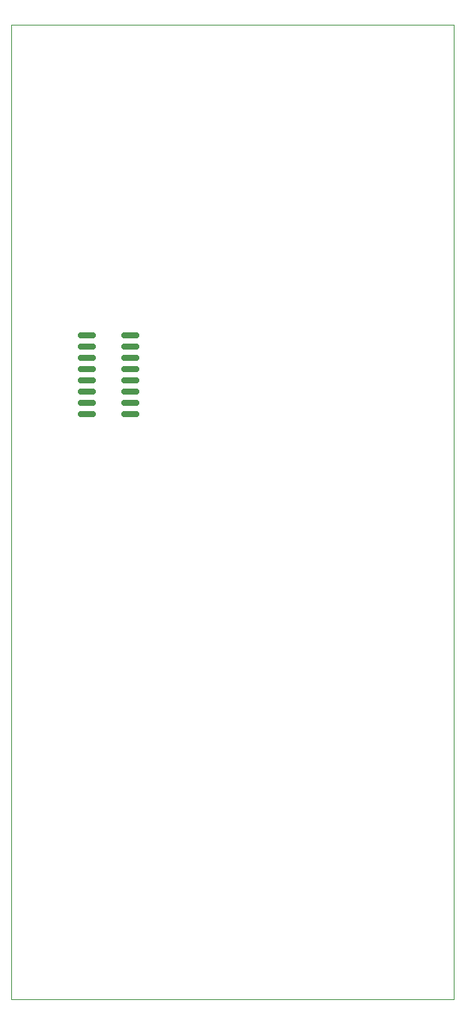
<source format=gbp>
G04 #@! TF.GenerationSoftware,KiCad,Pcbnew,(6.0.6)*
G04 #@! TF.CreationDate,2022-10-26T13:54:03+02:00*
G04 #@! TF.ProjectId,MS20-VCF,4d533230-2d56-4434-962e-6b696361645f,rev?*
G04 #@! TF.SameCoordinates,Original*
G04 #@! TF.FileFunction,Paste,Bot*
G04 #@! TF.FilePolarity,Positive*
%FSLAX46Y46*%
G04 Gerber Fmt 4.6, Leading zero omitted, Abs format (unit mm)*
G04 Created by KiCad (PCBNEW (6.0.6)) date 2022-10-26 13:54:03*
%MOMM*%
%LPD*%
G01*
G04 APERTURE LIST*
G04 Aperture macros list*
%AMRoundRect*
0 Rectangle with rounded corners*
0 $1 Rounding radius*
0 $2 $3 $4 $5 $6 $7 $8 $9 X,Y pos of 4 corners*
0 Add a 4 corners polygon primitive as box body*
4,1,4,$2,$3,$4,$5,$6,$7,$8,$9,$2,$3,0*
0 Add four circle primitives for the rounded corners*
1,1,$1+$1,$2,$3*
1,1,$1+$1,$4,$5*
1,1,$1+$1,$6,$7*
1,1,$1+$1,$8,$9*
0 Add four rect primitives between the rounded corners*
20,1,$1+$1,$2,$3,$4,$5,0*
20,1,$1+$1,$4,$5,$6,$7,0*
20,1,$1+$1,$6,$7,$8,$9,0*
20,1,$1+$1,$8,$9,$2,$3,0*%
G04 Aperture macros list end*
G04 #@! TA.AperFunction,Profile*
%ADD10C,0.050000*%
G04 #@! TD*
%ADD11RoundRect,0.150000X-0.825000X-0.150000X0.825000X-0.150000X0.825000X0.150000X-0.825000X0.150000X0*%
G04 APERTURE END LIST*
D10*
X85000000Y-36500000D02*
X85000000Y-146500000D01*
X35000000Y-36500000D02*
X85000000Y-36500000D01*
X35000000Y-36500000D02*
X35000000Y-146500000D01*
X35000000Y-146500000D02*
X85000000Y-146500000D01*
D11*
X43525000Y-80445000D03*
X43525000Y-79175000D03*
X43525000Y-77905000D03*
X43525000Y-76635000D03*
X43525000Y-75365000D03*
X43525000Y-74095000D03*
X43525000Y-72825000D03*
X43525000Y-71555000D03*
X48475000Y-71555000D03*
X48475000Y-72825000D03*
X48475000Y-74095000D03*
X48475000Y-75365000D03*
X48475000Y-76635000D03*
X48475000Y-77905000D03*
X48475000Y-79175000D03*
X48475000Y-80445000D03*
M02*

</source>
